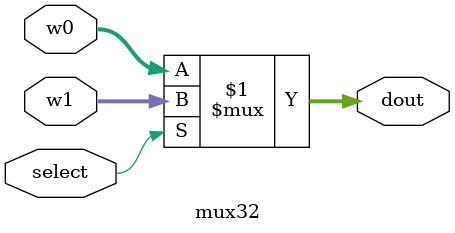
<source format=v>
module mux32 (
    input         select,
    input  [31:0] w0,
    input  [31:0] w1,
    output [31:0] dout
);

  assign dout = select ? w1 : w0;

endmodule

</source>
